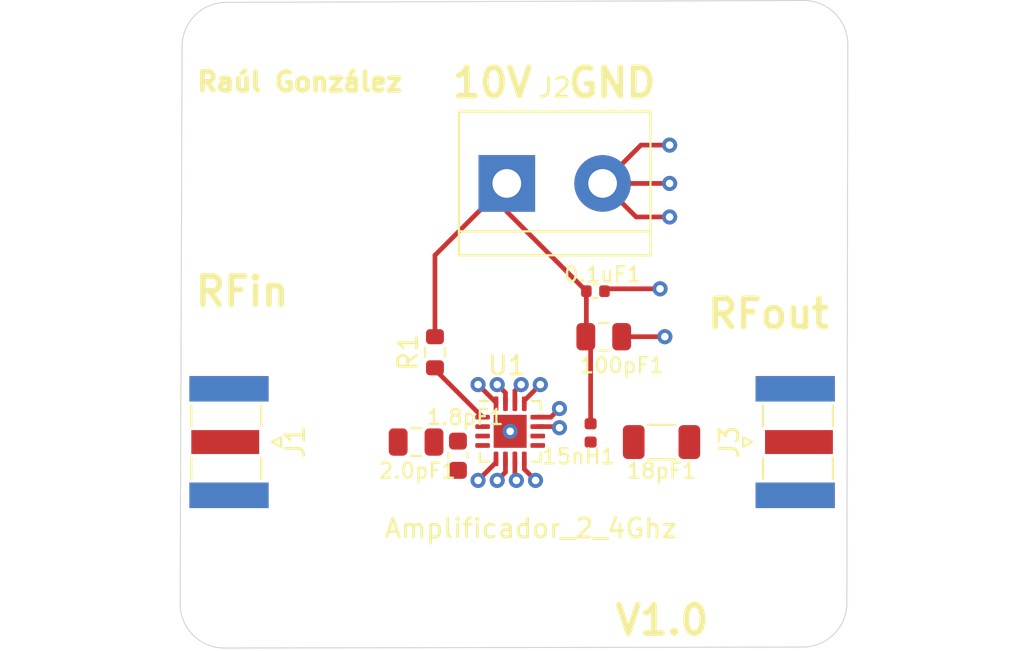
<source format=kicad_pcb>
(kicad_pcb (version 20171130) (host pcbnew "(5.1.9)-1")

  (general
    (thickness 1.6)
    (drawings 14)
    (tracks 62)
    (zones 0)
    (modules 15)
    (nets 18)
  )

  (page A4)
  (layers
    (0 F.Cu signal)
    (1 In1.Cu power hide)
    (2 In2.Cu signal hide)
    (31 B.Cu signal hide)
    (32 B.Adhes user hide)
    (33 F.Adhes user hide)
    (34 B.Paste user hide)
    (35 F.Paste user hide)
    (36 B.SilkS user hide)
    (37 F.SilkS user)
    (38 B.Mask user hide)
    (39 F.Mask user hide)
    (40 Dwgs.User user hide)
    (41 Cmts.User user hide)
    (42 Eco1.User user hide)
    (43 Eco2.User user hide)
    (44 Edge.Cuts user)
    (45 Margin user hide)
    (46 B.CrtYd user hide)
    (47 F.CrtYd user hide)
    (48 B.Fab user hide)
    (49 F.Fab user hide)
  )

  (setup
    (last_trace_width 0.25)
    (user_trace_width 0.34)
    (trace_clearance 0.2)
    (zone_clearance 0.508)
    (zone_45_only no)
    (trace_min 0.2)
    (via_size 0.8)
    (via_drill 0.4)
    (via_min_size 0.4)
    (via_min_drill 0.3)
    (uvia_size 0.3)
    (uvia_drill 0.1)
    (uvias_allowed no)
    (uvia_min_size 0.2)
    (uvia_min_drill 0.1)
    (edge_width 0.05)
    (segment_width 0.2)
    (pcb_text_width 0.3)
    (pcb_text_size 1.5 1.5)
    (mod_edge_width 0.12)
    (mod_text_size 1 1)
    (mod_text_width 0.15)
    (pad_size 3.2 3.2)
    (pad_drill 3.2)
    (pad_to_mask_clearance 0)
    (aux_axis_origin 0 0)
    (visible_elements 7FFFFFFF)
    (pcbplotparams
      (layerselection 0x010fc_ffffffff)
      (usegerberextensions true)
      (usegerberattributes true)
      (usegerberadvancedattributes true)
      (creategerberjobfile true)
      (excludeedgelayer true)
      (linewidth 0.100000)
      (plotframeref false)
      (viasonmask false)
      (mode 1)
      (useauxorigin false)
      (hpglpennumber 1)
      (hpglpenspeed 20)
      (hpglpendiameter 15.000000)
      (psnegative false)
      (psa4output false)
      (plotreference true)
      (plotvalue true)
      (plotinvisibletext false)
      (padsonsilk false)
      (subtractmaskfromsilk true)
      (outputformat 1)
      (mirror false)
      (drillshape 0)
      (scaleselection 1)
      (outputdirectory "../gerberFiles/"))
  )

  (net 0 "")
  (net 1 VDD)
  (net 2 GND)
  (net 3 "Net-(R1-Pad1)")
  (net 4 "Net-(1.8pF1-Pad1)")
  (net 5 "Net-(18pF1-Pad1)")
  (net 6 señal)
  (net 7 "Net-(U1-Pad16)")
  (net 8 "Net-(U1-Pad15)")
  (net 9 "Net-(U1-Pad14)")
  (net 10 "Net-(U1-Pad13)")
  (net 11 "Net-(U1-Pad12)")
  (net 12 "Net-(U1-Pad11)")
  (net 13 "Net-(U1-Pad8)")
  (net 14 "Net-(U1-Pad7)")
  (net 15 "Net-(U1-Pad6)")
  (net 16 "Net-(U1-Pad5)")
  (net 17 "Net-(U1-Pad2)")

  (net_class Default "This is the default net class."
    (clearance 0.2)
    (trace_width 0.25)
    (via_dia 0.8)
    (via_drill 0.4)
    (uvia_dia 0.3)
    (uvia_drill 0.1)
    (add_net GND)
    (add_net "Net-(1.8pF1-Pad1)")
    (add_net "Net-(18pF1-Pad1)")
    (add_net "Net-(R1-Pad1)")
    (add_net "Net-(U1-Pad11)")
    (add_net "Net-(U1-Pad12)")
    (add_net "Net-(U1-Pad13)")
    (add_net "Net-(U1-Pad14)")
    (add_net "Net-(U1-Pad15)")
    (add_net "Net-(U1-Pad16)")
    (add_net "Net-(U1-Pad2)")
    (add_net "Net-(U1-Pad5)")
    (add_net "Net-(U1-Pad6)")
    (add_net "Net-(U1-Pad7)")
    (add_net "Net-(U1-Pad8)")
    (add_net VDD)
    (add_net señal)
  )

  (net_class señal ""
    (clearance 0.2)
    (trace_width 0.29337)
    (via_dia 0.8)
    (via_drill 0.4)
    (uvia_dia 0.3)
    (uvia_drill 0.1)
  )

  (module MountingHole:MountingHole_3.2mm_M3 (layer F.Cu) (tedit 56D1B4CB) (tstamp 617A6F47)
    (at 172.0596 109.22 90)
    (descr "Mounting Hole 3.2mm, no annular, M3")
    (tags "mounting hole 3.2mm no annular m3")
    (attr virtual)
    (fp_text reference " " (at 0 -4.2 90) (layer F.SilkS)
      (effects (font (size 1 1) (thickness 0.15)))
    )
    (fp_text value MountingHole_3.2mm_M3 (at 0 4.2 90) (layer F.Fab)
      (effects (font (size 1 1) (thickness 0.15)))
    )
    (fp_circle (center 0 0) (end 3.45 0) (layer F.CrtYd) (width 0.05))
    (fp_circle (center 0 0) (end 3.2 0) (layer Cmts.User) (width 0.15))
    (pad 1 np_thru_hole circle (at 0 0 90) (size 3.2 3.2) (drill 3.2) (layers *.Cu *.Mask))
  )

  (module MountingHole:MountingHole_3.2mm_M3 (layer F.Cu) (tedit 56D1B4CB) (tstamp 617A6F31)
    (at 146.6088 109.22 90)
    (descr "Mounting Hole 3.2mm, no annular, M3")
    (tags "mounting hole 3.2mm no annular m3")
    (attr virtual)
    (fp_text reference " " (at 0 -4.2 90) (layer F.SilkS)
      (effects (font (size 1 1) (thickness 0.15)))
    )
    (fp_text value MountingHole_3.2mm_M3 (at 0 4.2 90) (layer F.Fab)
      (effects (font (size 1 1) (thickness 0.15)))
    )
    (fp_circle (center 0 0) (end 3.45 0) (layer F.CrtYd) (width 0.05))
    (fp_circle (center 0 0) (end 3.2 0) (layer Cmts.User) (width 0.15))
    (pad 1 np_thru_hole circle (at 0 0 90) (size 3.2 3.2) (drill 3.2) (layers *.Cu *.Mask))
  )

  (module MountingHole:MountingHole_3.2mm_M3 (layer F.Cu) (tedit 56D1B4CB) (tstamp 617A6F31)
    (at 172.0596 85.5472)
    (descr "Mounting Hole 3.2mm, no annular, M3")
    (tags "mounting hole 3.2mm no annular m3")
    (attr virtual)
    (fp_text reference " " (at 0 -4.2) (layer F.SilkS)
      (effects (font (size 1 1) (thickness 0.15)))
    )
    (fp_text value MountingHole_3.2mm_M3 (at 0 4.2) (layer F.Fab)
      (effects (font (size 1 1) (thickness 0.15)))
    )
    (fp_circle (center 0 0) (end 3.45 0) (layer F.CrtYd) (width 0.05))
    (fp_circle (center 0 0) (end 3.2 0) (layer Cmts.User) (width 0.15))
    (pad 1 np_thru_hole circle (at 0 0) (size 3.2 3.2) (drill 3.2) (layers *.Cu *.Mask))
  )

  (module Connector_Coaxial:SMA_Samtec_SMA-J-P-X-ST-EM1_EdgeMount (layer F.Cu) (tedit 5DAA3454) (tstamp 60B68216)
    (at 144.78 101.6 270)
    (descr "Connector SMA, 0Hz to 20GHz, 50Ohm, Edge Mount (http://suddendocs.samtec.com/prints/sma-j-p-x-st-em1-mkt.pdf)")
    (tags "SMA Straight Samtec Edge Mount")
    (path /606C5EED)
    (attr smd)
    (fp_text reference J1 (at 0 -3.5 90) (layer F.SilkS)
      (effects (font (size 1 1) (thickness 0.15)))
    )
    (fp_text value Conn_Coaxial (at 0 13 90) (layer F.Fab)
      (effects (font (size 1 1) (thickness 0.15)))
    )
    (fp_line (start 0.84 -1.71) (end 1.95 -1.71) (layer F.SilkS) (width 0.12))
    (fp_line (start -1.95 -1.71) (end -0.84 -1.71) (layer F.SilkS) (width 0.12))
    (fp_line (start 0.84 2) (end 1.95 2) (layer F.SilkS) (width 0.12))
    (fp_line (start -1.95 2) (end -0.84 2) (layer F.SilkS) (width 0.12))
    (fp_line (start 3.68 2.6) (end 3.68 12.12) (layer B.CrtYd) (width 0.05))
    (fp_line (start 4 2.6) (end 3.68 2.6) (layer B.CrtYd) (width 0.05))
    (fp_line (start -3.68 12.12) (end -3.68 2.6) (layer B.CrtYd) (width 0.05))
    (fp_line (start -3.68 2.6) (end -4 2.6) (layer B.CrtYd) (width 0.05))
    (fp_line (start 3.68 2.6) (end 3.68 12.12) (layer F.CrtYd) (width 0.05))
    (fp_line (start 3.68 2.6) (end 4 2.6) (layer F.CrtYd) (width 0.05))
    (fp_line (start -3.68 12.12) (end -3.68 2.6) (layer F.CrtYd) (width 0.05))
    (fp_line (start -3.68 2.6) (end -4 2.6) (layer F.CrtYd) (width 0.05))
    (fp_line (start 4.1 2.1) (end -4.1 2.1) (layer Dwgs.User) (width 0.1))
    (fp_line (start -3.175 -1.71) (end -3.175 11.62) (layer F.Fab) (width 0.1))
    (fp_line (start -2.365 -1.71) (end -3.175 -1.71) (layer F.Fab) (width 0.1))
    (fp_line (start -2.365 2.1) (end -2.365 -1.71) (layer F.Fab) (width 0.1))
    (fp_line (start 2.365 2.1) (end -2.365 2.1) (layer F.Fab) (width 0.1))
    (fp_line (start 2.365 -1.71) (end 2.365 2.1) (layer F.Fab) (width 0.1))
    (fp_line (start 3.175 -1.71) (end 2.365 -1.71) (layer F.Fab) (width 0.1))
    (fp_line (start 3.175 -1.71) (end 3.175 11.62) (layer F.Fab) (width 0.1))
    (fp_line (start 3.165 11.62) (end -3.165 11.62) (layer F.Fab) (width 0.1))
    (fp_line (start -4 -2.6) (end 4 -2.6) (layer B.CrtYd) (width 0.05))
    (fp_line (start -4 2.6) (end -4 -2.6) (layer B.CrtYd) (width 0.05))
    (fp_line (start 3.68 12.12) (end -3.68 12.12) (layer B.CrtYd) (width 0.05))
    (fp_line (start 4 2.6) (end 4 -2.6) (layer B.CrtYd) (width 0.05))
    (fp_line (start -4 -2.6) (end 4 -2.6) (layer F.CrtYd) (width 0.05))
    (fp_line (start -4 2.6) (end -4 -2.6) (layer F.CrtYd) (width 0.05))
    (fp_line (start 3.68 12.12) (end -3.68 12.12) (layer F.CrtYd) (width 0.05))
    (fp_line (start 4 2.6) (end 4 -2.6) (layer F.CrtYd) (width 0.05))
    (fp_line (start 0.64 2.1) (end 0 3.1) (layer F.Fab) (width 0.1))
    (fp_line (start 0 3.1) (end -0.64 2.1) (layer F.Fab) (width 0.1))
    (fp_line (start 0 -2.26) (end 0.25 -2.76) (layer F.SilkS) (width 0.12))
    (fp_line (start 0.25 -2.76) (end -0.25 -2.76) (layer F.SilkS) (width 0.12))
    (fp_line (start -0.25 -2.76) (end 0 -2.26) (layer F.SilkS) (width 0.12))
    (fp_text user "Board Thickness: 1.57mm" (at 0 -5.45 90) (layer Cmts.User)
      (effects (font (size 1 1) (thickness 0.15)))
    )
    (fp_text user %R (at 0 4.79 270) (layer F.Fab)
      (effects (font (size 1 1) (thickness 0.15)))
    )
    (pad 1 smd rect (at 0 0.2 270) (size 1.27 3.6) (layers F.Cu F.Paste F.Mask)
      (net 6 señal))
    (pad 2 smd rect (at 2.825 0 270) (size 1.35 4.2) (layers F.Cu F.Paste F.Mask)
      (net 2 GND))
    (pad 2 smd rect (at -2.825 0 270) (size 1.35 4.2) (layers F.Cu F.Paste F.Mask)
      (net 2 GND))
    (pad 2 smd rect (at 2.825 0 270) (size 1.35 4.2) (layers B.Cu B.Paste B.Mask)
      (net 2 GND))
    (pad 2 smd rect (at -2.825 0 270) (size 1.35 4.2) (layers B.Cu B.Paste B.Mask)
      (net 2 GND))
    (model ${KISYS3DMOD}/Connector_Coaxial.3dshapes/SMA_Samtec_SMA-J-P-X-ST-EM1_EdgeMount.wrl
      (at (xyz 0 0 0))
      (scale (xyz 1 1 1))
      (rotate (xyz 0 0 0))
    )
  )

  (module Connector_Coaxial:SMA_Samtec_SMA-J-P-X-ST-EM1_EdgeMount (layer F.Cu) (tedit 5DAA3454) (tstamp 60B6824E)
    (at 174.806 101.6 90)
    (descr "Connector SMA, 0Hz to 20GHz, 50Ohm, Edge Mount (http://suddendocs.samtec.com/prints/sma-j-p-x-st-em1-mkt.pdf)")
    (tags "SMA Straight Samtec Edge Mount")
    (path /606C714D)
    (attr smd)
    (fp_text reference J3 (at 0 -3.5 90) (layer F.SilkS)
      (effects (font (size 1 1) (thickness 0.15)))
    )
    (fp_text value Conn_Coaxial (at 0 13 90) (layer F.Fab)
      (effects (font (size 1 1) (thickness 0.15)))
    )
    (fp_line (start 0.84 -1.71) (end 1.95 -1.71) (layer F.SilkS) (width 0.12))
    (fp_line (start -1.95 -1.71) (end -0.84 -1.71) (layer F.SilkS) (width 0.12))
    (fp_line (start 0.84 2) (end 1.95 2) (layer F.SilkS) (width 0.12))
    (fp_line (start -1.95 2) (end -0.84 2) (layer F.SilkS) (width 0.12))
    (fp_line (start 3.68 2.6) (end 3.68 12.12) (layer B.CrtYd) (width 0.05))
    (fp_line (start 4 2.6) (end 3.68 2.6) (layer B.CrtYd) (width 0.05))
    (fp_line (start -3.68 12.12) (end -3.68 2.6) (layer B.CrtYd) (width 0.05))
    (fp_line (start -3.68 2.6) (end -4 2.6) (layer B.CrtYd) (width 0.05))
    (fp_line (start 3.68 2.6) (end 3.68 12.12) (layer F.CrtYd) (width 0.05))
    (fp_line (start 3.68 2.6) (end 4 2.6) (layer F.CrtYd) (width 0.05))
    (fp_line (start -3.68 12.12) (end -3.68 2.6) (layer F.CrtYd) (width 0.05))
    (fp_line (start -3.68 2.6) (end -4 2.6) (layer F.CrtYd) (width 0.05))
    (fp_line (start 4.1 2.1) (end -4.1 2.1) (layer Dwgs.User) (width 0.1))
    (fp_line (start -3.175 -1.71) (end -3.175 11.62) (layer F.Fab) (width 0.1))
    (fp_line (start -2.365 -1.71) (end -3.175 -1.71) (layer F.Fab) (width 0.1))
    (fp_line (start -2.365 2.1) (end -2.365 -1.71) (layer F.Fab) (width 0.1))
    (fp_line (start 2.365 2.1) (end -2.365 2.1) (layer F.Fab) (width 0.1))
    (fp_line (start 2.365 -1.71) (end 2.365 2.1) (layer F.Fab) (width 0.1))
    (fp_line (start 3.175 -1.71) (end 2.365 -1.71) (layer F.Fab) (width 0.1))
    (fp_line (start 3.175 -1.71) (end 3.175 11.62) (layer F.Fab) (width 0.1))
    (fp_line (start 3.165 11.62) (end -3.165 11.62) (layer F.Fab) (width 0.1))
    (fp_line (start -4 -2.6) (end 4 -2.6) (layer B.CrtYd) (width 0.05))
    (fp_line (start -4 2.6) (end -4 -2.6) (layer B.CrtYd) (width 0.05))
    (fp_line (start 3.68 12.12) (end -3.68 12.12) (layer B.CrtYd) (width 0.05))
    (fp_line (start 4 2.6) (end 4 -2.6) (layer B.CrtYd) (width 0.05))
    (fp_line (start -4 -2.6) (end 4 -2.6) (layer F.CrtYd) (width 0.05))
    (fp_line (start -4 2.6) (end -4 -2.6) (layer F.CrtYd) (width 0.05))
    (fp_line (start 3.68 12.12) (end -3.68 12.12) (layer F.CrtYd) (width 0.05))
    (fp_line (start 4 2.6) (end 4 -2.6) (layer F.CrtYd) (width 0.05))
    (fp_line (start 0.64 2.1) (end 0 3.1) (layer F.Fab) (width 0.1))
    (fp_line (start 0 3.1) (end -0.64 2.1) (layer F.Fab) (width 0.1))
    (fp_line (start 0 -2.26) (end 0.25 -2.76) (layer F.SilkS) (width 0.12))
    (fp_line (start 0.25 -2.76) (end -0.25 -2.76) (layer F.SilkS) (width 0.12))
    (fp_line (start -0.25 -2.76) (end 0 -2.26) (layer F.SilkS) (width 0.12))
    (fp_text user "Board Thickness: 1.57mm" (at 0 -5.45 90) (layer Cmts.User)
      (effects (font (size 1 1) (thickness 0.15)))
    )
    (fp_text user %R (at 0 4.79 270) (layer F.Fab)
      (effects (font (size 1 1) (thickness 0.15)))
    )
    (pad 1 smd rect (at 0 0.2 90) (size 1.27 3.6) (layers F.Cu F.Paste F.Mask)
      (net 5 "Net-(18pF1-Pad1)"))
    (pad 2 smd rect (at 2.825 0 90) (size 1.35 4.2) (layers F.Cu F.Paste F.Mask)
      (net 2 GND))
    (pad 2 smd rect (at -2.825 0 90) (size 1.35 4.2) (layers F.Cu F.Paste F.Mask)
      (net 2 GND))
    (pad 2 smd rect (at 2.825 0 90) (size 1.35 4.2) (layers B.Cu B.Paste B.Mask)
      (net 2 GND))
    (pad 2 smd rect (at -2.825 0 90) (size 1.35 4.2) (layers B.Cu B.Paste B.Mask)
      (net 2 GND))
    (model ${KISYS3DMOD}/Connector_Coaxial.3dshapes/SMA_Samtec_SMA-J-P-X-ST-EM1_EdgeMount.wrl
      (at (xyz 0 0 0))
      (scale (xyz 1 1 1))
      (rotate (xyz 0 0 0))
    )
  )

  (module MountingHole:MountingHole_3.2mm_M3 (layer F.Cu) (tedit 56D1B4CB) (tstamp 60B97DED)
    (at 146.6088 85.5472)
    (descr "Mounting Hole 3.2mm, no annular, M3")
    (tags "mounting hole 3.2mm no annular m3")
    (attr virtual)
    (fp_text reference " " (at 0 -4.2) (layer F.SilkS)
      (effects (font (size 1 1) (thickness 0.15)))
    )
    (fp_text value MountingHole_3.2mm_M3 (at 0 4.2) (layer F.Fab)
      (effects (font (size 1 1) (thickness 0.15)))
    )
    (fp_circle (center 0 0) (end 3.45 0) (layer F.CrtYd) (width 0.05))
    (fp_circle (center 0 0) (end 3.2 0) (layer Cmts.User) (width 0.15))
    (pad 1 np_thru_hole circle (at 0 0) (size 3.2 3.2) (drill 3.2) (layers *.Cu *.Mask))
  )

  (module Package_DFN_QFN:QFN-16-1EP_3x3mm_P0.5mm_EP1.75x1.75mm (layer F.Cu) (tedit 60B8CC12) (tstamp 60B68289)
    (at 159.69 101.0305)
    (descr "QFN, 16 Pin (https://www.onsemi.com/pub/Collateral/NCN4555-D.PDF), generated with kicad-footprint-generator ipc_noLead_generator.py")
    (tags "QFN NoLead")
    (path /606CB00D)
    (attr smd)
    (fp_text reference U1 (at -0.178 -3.4945) (layer F.SilkS)
      (effects (font (size 1 1) (thickness 0.15)))
    )
    (fp_text value Amplificador_2_4Ghz (at 1.092 5.1415) (layer F.SilkS)
      (effects (font (size 1 1) (thickness 0.15)))
    )
    (fp_line (start 2.1 -2.1) (end -2.1 -2.1) (layer F.CrtYd) (width 0.05))
    (fp_line (start 2.1 2.1) (end 2.1 -2.1) (layer F.CrtYd) (width 0.05))
    (fp_line (start -2.1 2.1) (end 2.1 2.1) (layer F.CrtYd) (width 0.05))
    (fp_line (start -2.1 -2.1) (end -2.1 2.1) (layer F.CrtYd) (width 0.05))
    (fp_line (start -1.5 -0.75) (end -0.75 -1.5) (layer F.Fab) (width 0.1))
    (fp_line (start -1.5 1.5) (end -1.5 -0.75) (layer F.Fab) (width 0.1))
    (fp_line (start 1.5 1.5) (end -1.5 1.5) (layer F.Fab) (width 0.1))
    (fp_line (start 1.5 -1.5) (end 1.5 1.5) (layer F.Fab) (width 0.1))
    (fp_line (start -0.75 -1.5) (end 1.5 -1.5) (layer F.Fab) (width 0.1))
    (fp_line (start -1.135 -1.61) (end -1.61 -1.61) (layer F.SilkS) (width 0.12))
    (fp_line (start 1.61 1.61) (end 1.61 1.135) (layer F.SilkS) (width 0.12))
    (fp_line (start 1.135 1.61) (end 1.61 1.61) (layer F.SilkS) (width 0.12))
    (fp_line (start -1.61 1.61) (end -1.61 1.135) (layer F.SilkS) (width 0.12))
    (fp_line (start -1.135 1.61) (end -1.61 1.61) (layer F.SilkS) (width 0.12))
    (fp_line (start 1.61 -1.61) (end 1.61 -1.135) (layer F.SilkS) (width 0.12))
    (fp_line (start 1.135 -1.61) (end 1.61 -1.61) (layer F.SilkS) (width 0.12))
    (fp_text user %R (at 0 0) (layer F.Fab)
      (effects (font (size 0.75 0.75) (thickness 0.11)))
    )
    (pad "" smd roundrect (at 0.44 0.44) (size 0.71 0.71) (layers F.Paste) (roundrect_rratio 0.25))
    (pad "" smd roundrect (at 0.44 -0.44) (size 0.71 0.71) (layers F.Paste) (roundrect_rratio 0.25))
    (pad "" smd roundrect (at -0.44 0.44) (size 0.71 0.71) (layers F.Paste) (roundrect_rratio 0.25))
    (pad "" smd roundrect (at -0.44 -0.44) (size 0.71 0.71) (layers F.Paste) (roundrect_rratio 0.25))
    (pad 17 smd rect (at 0 0) (size 1.75 1.75) (layers F.Cu F.Mask))
    (pad 16 smd roundrect (at -0.75 -1.4625) (size 0.25 0.775) (layers F.Cu F.Paste F.Mask) (roundrect_rratio 0.25)
      (net 7 "Net-(U1-Pad16)"))
    (pad 15 smd roundrect (at -0.25 -1.4625) (size 0.25 0.775) (layers F.Cu F.Paste F.Mask) (roundrect_rratio 0.25)
      (net 8 "Net-(U1-Pad15)"))
    (pad 14 smd roundrect (at 0.25 -1.4625) (size 0.25 0.775) (layers F.Cu F.Paste F.Mask) (roundrect_rratio 0.25)
      (net 9 "Net-(U1-Pad14)"))
    (pad 13 smd roundrect (at 0.75 -1.4625) (size 0.25 0.775) (layers F.Cu F.Paste F.Mask) (roundrect_rratio 0.25)
      (net 10 "Net-(U1-Pad13)"))
    (pad 12 smd roundrect (at 1.4625 -0.75) (size 0.775 0.25) (layers F.Cu F.Paste F.Mask) (roundrect_rratio 0.25)
      (net 11 "Net-(U1-Pad12)"))
    (pad 11 smd roundrect (at 1.4625 -0.25) (size 0.775 0.25) (layers F.Cu F.Paste F.Mask) (roundrect_rratio 0.25)
      (net 12 "Net-(U1-Pad11)"))
    (pad 10 smd roundrect (at 1.4625 0.25) (size 0.775 0.25) (layers F.Cu F.Paste F.Mask) (roundrect_rratio 0.25)
      (net 6 señal))
    (pad 9 smd roundrect (at 1.4625 0.75) (size 0.775 0.25) (layers F.Cu F.Paste F.Mask) (roundrect_rratio 0.25)
      (net 6 señal))
    (pad 8 smd roundrect (at 0.75 1.4625) (size 0.25 0.775) (layers F.Cu F.Paste F.Mask) (roundrect_rratio 0.25)
      (net 13 "Net-(U1-Pad8)"))
    (pad 7 smd roundrect (at 0.25 1.4625) (size 0.25 0.775) (layers F.Cu F.Paste F.Mask) (roundrect_rratio 0.25)
      (net 14 "Net-(U1-Pad7)"))
    (pad 6 smd roundrect (at -0.25 1.4625) (size 0.25 0.775) (layers F.Cu F.Paste F.Mask) (roundrect_rratio 0.25)
      (net 15 "Net-(U1-Pad6)"))
    (pad 5 smd roundrect (at -0.75 1.4625) (size 0.25 0.775) (layers F.Cu F.Paste F.Mask) (roundrect_rratio 0.25)
      (net 16 "Net-(U1-Pad5)"))
    (pad 4 smd roundrect (at -1.4625 0.75) (size 0.775 0.25) (layers F.Cu F.Paste F.Mask) (roundrect_rratio 0.25)
      (net 4 "Net-(1.8pF1-Pad1)"))
    (pad 3 smd roundrect (at -1.4625 0.25) (size 0.775 0.25) (layers F.Cu F.Paste F.Mask) (roundrect_rratio 0.25)
      (net 4 "Net-(1.8pF1-Pad1)"))
    (pad 2 smd roundrect (at -1.4625 -0.25) (size 0.775 0.25) (layers F.Cu F.Paste F.Mask) (roundrect_rratio 0.25)
      (net 17 "Net-(U1-Pad2)"))
    (pad 1 smd roundrect (at -1.4625 -0.75) (size 0.775 0.25) (layers F.Cu F.Paste F.Mask) (roundrect_rratio 0.25)
      (net 3 "Net-(R1-Pad1)"))
    (model ${KISYS3DMOD}/Package_DFN_QFN.3dshapes/QFN-16-1EP_3x3mm_P0.5mm_EP1.75x1.75mm.wrl
      (at (xyz 0 0 0))
      (scale (xyz 1 1 1))
      (rotate (xyz 0 0 0))
    )
  )

  (module Resistor_SMD:R_0603_1608Metric (layer F.Cu) (tedit 5F68FEEE) (tstamp 60B6825F)
    (at 155.702 96.837 90)
    (descr "Resistor SMD 0603 (1608 Metric), square (rectangular) end terminal, IPC_7351 nominal, (Body size source: IPC-SM-782 page 72, https://www.pcb-3d.com/wordpress/wp-content/uploads/ipc-sm-782a_amendment_1_and_2.pdf), generated with kicad-footprint-generator")
    (tags resistor)
    (path /60A758F7)
    (attr smd)
    (fp_text reference R1 (at 0 -1.43 90) (layer F.SilkS)
      (effects (font (size 1 1) (thickness 0.15)))
    )
    (fp_text value 7.5K (at 0 1.43 90) (layer F.Fab)
      (effects (font (size 1 1) (thickness 0.15)))
    )
    (fp_line (start 1.48 0.73) (end -1.48 0.73) (layer F.CrtYd) (width 0.05))
    (fp_line (start 1.48 -0.73) (end 1.48 0.73) (layer F.CrtYd) (width 0.05))
    (fp_line (start -1.48 -0.73) (end 1.48 -0.73) (layer F.CrtYd) (width 0.05))
    (fp_line (start -1.48 0.73) (end -1.48 -0.73) (layer F.CrtYd) (width 0.05))
    (fp_line (start -0.237258 0.5225) (end 0.237258 0.5225) (layer F.SilkS) (width 0.12))
    (fp_line (start -0.237258 -0.5225) (end 0.237258 -0.5225) (layer F.SilkS) (width 0.12))
    (fp_line (start 0.8 0.4125) (end -0.8 0.4125) (layer F.Fab) (width 0.1))
    (fp_line (start 0.8 -0.4125) (end 0.8 0.4125) (layer F.Fab) (width 0.1))
    (fp_line (start -0.8 -0.4125) (end 0.8 -0.4125) (layer F.Fab) (width 0.1))
    (fp_line (start -0.8 0.4125) (end -0.8 -0.4125) (layer F.Fab) (width 0.1))
    (fp_text user %R (at 0 0 90) (layer F.Fab)
      (effects (font (size 0.4 0.4) (thickness 0.06)))
    )
    (pad 2 smd roundrect (at 0.825 0 90) (size 0.8 0.95) (layers F.Cu F.Paste F.Mask) (roundrect_rratio 0.25)
      (net 1 VDD))
    (pad 1 smd roundrect (at -0.825 0 90) (size 0.8 0.95) (layers F.Cu F.Paste F.Mask) (roundrect_rratio 0.25)
      (net 3 "Net-(R1-Pad1)"))
    (model ${KISYS3DMOD}/Resistor_SMD.3dshapes/R_0603_1608Metric.wrl
      (at (xyz 0 0 0))
      (scale (xyz 1 1 1))
      (rotate (xyz 0 0 0))
    )
  )

  (module TerminalBlock:TerminalBlock_bornier-2_P5.08mm (layer F.Cu) (tedit 60B8A3E7) (tstamp 60B6822B)
    (at 159.512 87.884)
    (descr "simple 2-pin terminal block, pitch 5.08mm, revamped version of bornier2")
    (tags "terminal block bornier2")
    (path /60A4F3F0)
    (fp_text reference J2 (at 2.54 -5.08) (layer F.SilkS)
      (effects (font (size 1 1) (thickness 0.15)))
    )
    (fp_text value Conn_01x02_Female (at 2.54 5.08) (layer F.Fab)
      (effects (font (size 1 1) (thickness 0.15)))
    )
    (fp_line (start 7.79 4) (end -2.71 4) (layer F.CrtYd) (width 0.05))
    (fp_line (start 7.79 4) (end 7.79 -4) (layer F.CrtYd) (width 0.05))
    (fp_line (start -2.71 -4) (end -2.71 4) (layer F.CrtYd) (width 0.05))
    (fp_line (start -2.71 -4) (end 7.79 -4) (layer F.CrtYd) (width 0.05))
    (fp_line (start -2.54 3.81) (end 7.62 3.81) (layer F.SilkS) (width 0.12))
    (fp_line (start -2.54 -3.81) (end -2.54 3.81) (layer F.SilkS) (width 0.12))
    (fp_line (start 7.62 -3.81) (end -2.54 -3.81) (layer F.SilkS) (width 0.12))
    (fp_line (start 7.62 3.81) (end 7.62 -3.81) (layer F.SilkS) (width 0.12))
    (fp_line (start 7.62 2.54) (end -2.54 2.54) (layer F.SilkS) (width 0.12))
    (fp_line (start 7.54 -3.75) (end -2.46 -3.75) (layer F.Fab) (width 0.1))
    (fp_line (start 7.54 3.75) (end 7.54 -3.75) (layer F.Fab) (width 0.1))
    (fp_line (start -2.46 3.75) (end 7.54 3.75) (layer F.Fab) (width 0.1))
    (fp_line (start -2.46 -3.75) (end -2.46 3.75) (layer F.Fab) (width 0.1))
    (fp_line (start -2.41 2.55) (end 7.49 2.55) (layer F.Fab) (width 0.1))
    (fp_text user %R (at 2.54 0) (layer F.Fab)
      (effects (font (size 1 1) (thickness 0.15)))
    )
    (pad 2 thru_hole circle (at 5.08 0) (size 3 3) (drill 1.52) (layers *.Cu *.Mask)
      (net 2 GND))
    (pad 1 thru_hole rect (at 0 0) (size 3 3) (drill 1.52) (layers *.Cu *.Mask)
      (net 1 VDD))
    (model ${KISYS3DMOD}/TerminalBlock.3dshapes/TerminalBlock_bornier-2_P5.08mm.wrl
      (offset (xyz 2.539999961853027 0 0))
      (scale (xyz 1 1 1))
      (rotate (xyz 0 0 0))
    )
  )

  (module Capacitor_SMD:C_0805_2012Metric (layer F.Cu) (tedit 5F68FEEE) (tstamp 60B681E4)
    (at 154.7012 101.6 180)
    (descr "Capacitor SMD 0805 (2012 Metric), square (rectangular) end terminal, IPC_7351 nominal, (Body size source: IPC-SM-782 page 76, https://www.pcb-3d.com/wordpress/wp-content/uploads/ipc-sm-782a_amendment_1_and_2.pdf, https://docs.google.com/spreadsheets/d/1BsfQQcO9C6DZCsRaXUlFlo91Tg2WpOkGARC1WS5S8t0/edit?usp=sharing), generated with kicad-footprint-generator")
    (tags capacitor)
    (path /60B60400)
    (attr smd)
    (fp_text reference 2.0pF1 (at -0.066 -1.524) (layer F.SilkS)
      (effects (font (size 0.8 0.8) (thickness 0.125)))
    )
    (fp_text value C (at 0 1.68) (layer F.Fab)
      (effects (font (size 1 1) (thickness 0.15)))
    )
    (fp_line (start 1.7 0.98) (end -1.7 0.98) (layer F.CrtYd) (width 0.05))
    (fp_line (start 1.7 -0.98) (end 1.7 0.98) (layer F.CrtYd) (width 0.05))
    (fp_line (start -1.7 -0.98) (end 1.7 -0.98) (layer F.CrtYd) (width 0.05))
    (fp_line (start -1.7 0.98) (end -1.7 -0.98) (layer F.CrtYd) (width 0.05))
    (fp_line (start -0.261252 0.735) (end 0.261252 0.735) (layer F.SilkS) (width 0.12))
    (fp_line (start -0.261252 -0.735) (end 0.261252 -0.735) (layer F.SilkS) (width 0.12))
    (fp_line (start 1 0.625) (end -1 0.625) (layer F.Fab) (width 0.1))
    (fp_line (start 1 -0.625) (end 1 0.625) (layer F.Fab) (width 0.1))
    (fp_line (start -1 -0.625) (end 1 -0.625) (layer F.Fab) (width 0.1))
    (fp_line (start -1 0.625) (end -1 -0.625) (layer F.Fab) (width 0.1))
    (fp_text user %R (at 0 0) (layer F.Fab)
      (effects (font (size 0.5 0.5) (thickness 0.08)))
    )
    (pad 2 smd roundrect (at 0.95 0 180) (size 1 1.45) (layers F.Cu F.Paste F.Mask) (roundrect_rratio 0.25)
      (net 6 señal))
    (pad 1 smd roundrect (at -0.95 0 180) (size 1 1.45) (layers F.Cu F.Paste F.Mask) (roundrect_rratio 0.25)
      (net 4 "Net-(1.8pF1-Pad1)"))
    (model ${KISYS3DMOD}/Capacitor_SMD.3dshapes/C_0805_2012Metric.wrl
      (at (xyz 0 0 0))
      (scale (xyz 1 1 1))
      (rotate (xyz 0 0 0))
    )
  )

  (module Capacitor_SMD:C_1206_3216Metric (layer F.Cu) (tedit 5F68FEEE) (tstamp 60B681D3)
    (at 167.718 101.6 180)
    (descr "Capacitor SMD 1206 (3216 Metric), square (rectangular) end terminal, IPC_7351 nominal, (Body size source: IPC-SM-782 page 76, https://www.pcb-3d.com/wordpress/wp-content/uploads/ipc-sm-782a_amendment_1_and_2.pdf), generated with kicad-footprint-generator")
    (tags capacitor)
    (path /60B38441)
    (attr smd)
    (fp_text reference 18pF1 (at 0 -1.524) (layer F.SilkS)
      (effects (font (size 0.8 0.8) (thickness 0.125)))
    )
    (fp_text value C (at 0 1.85) (layer F.Fab)
      (effects (font (size 1 1) (thickness 0.15)))
    )
    (fp_line (start 2.3 1.15) (end -2.3 1.15) (layer F.CrtYd) (width 0.05))
    (fp_line (start 2.3 -1.15) (end 2.3 1.15) (layer F.CrtYd) (width 0.05))
    (fp_line (start -2.3 -1.15) (end 2.3 -1.15) (layer F.CrtYd) (width 0.05))
    (fp_line (start -2.3 1.15) (end -2.3 -1.15) (layer F.CrtYd) (width 0.05))
    (fp_line (start -0.711252 0.91) (end 0.711252 0.91) (layer F.SilkS) (width 0.12))
    (fp_line (start -0.711252 -0.91) (end 0.711252 -0.91) (layer F.SilkS) (width 0.12))
    (fp_line (start 1.6 0.8) (end -1.6 0.8) (layer F.Fab) (width 0.1))
    (fp_line (start 1.6 -0.8) (end 1.6 0.8) (layer F.Fab) (width 0.1))
    (fp_line (start -1.6 -0.8) (end 1.6 -0.8) (layer F.Fab) (width 0.1))
    (fp_line (start -1.6 0.8) (end -1.6 -0.8) (layer F.Fab) (width 0.1))
    (fp_text user %R (at 0 0) (layer F.Fab)
      (effects (font (size 0.8 0.8) (thickness 0.12)))
    )
    (pad 2 smd roundrect (at 1.475 0 180) (size 1.15 1.8) (layers F.Cu F.Paste F.Mask) (roundrect_rratio 0.2173904347826087)
      (net 6 señal))
    (pad 1 smd roundrect (at -1.475 0 180) (size 1.15 1.8) (layers F.Cu F.Paste F.Mask) (roundrect_rratio 0.2173904347826087)
      (net 5 "Net-(18pF1-Pad1)"))
    (model ${KISYS3DMOD}/Capacitor_SMD.3dshapes/C_1206_3216Metric.wrl
      (at (xyz 0 0 0))
      (scale (xyz 1 1 1))
      (rotate (xyz 0 0 0))
    )
  )

  (module Inductor_SMD:L_0402_1005Metric (layer F.Cu) (tedit 5F68FEF0) (tstamp 60B681C2)
    (at 163.957 101.115 90)
    (descr "Inductor SMD 0402 (1005 Metric), square (rectangular) end terminal, IPC_7351 nominal, (Body size source: http://www.tortai-tech.com/upload/download/2011102023233369053.pdf), generated with kicad-footprint-generator")
    (tags inductor)
    (path /60B36AD0)
    (attr smd)
    (fp_text reference 15nH1 (at -1.247 -0.635 180) (layer F.SilkS)
      (effects (font (size 0.8 0.8) (thickness 0.125)))
    )
    (fp_text value INDUCTOR (at 0 1.17 90) (layer F.Fab)
      (effects (font (size 1 1) (thickness 0.15)))
    )
    (fp_line (start 0.93 0.47) (end -0.93 0.47) (layer F.CrtYd) (width 0.05))
    (fp_line (start 0.93 -0.47) (end 0.93 0.47) (layer F.CrtYd) (width 0.05))
    (fp_line (start -0.93 -0.47) (end 0.93 -0.47) (layer F.CrtYd) (width 0.05))
    (fp_line (start -0.93 0.47) (end -0.93 -0.47) (layer F.CrtYd) (width 0.05))
    (fp_line (start 0.5 0.25) (end -0.5 0.25) (layer F.Fab) (width 0.1))
    (fp_line (start 0.5 -0.25) (end 0.5 0.25) (layer F.Fab) (width 0.1))
    (fp_line (start -0.5 -0.25) (end 0.5 -0.25) (layer F.Fab) (width 0.1))
    (fp_line (start -0.5 0.25) (end -0.5 -0.25) (layer F.Fab) (width 0.1))
    (fp_text user %R (at 0 0 90) (layer F.Fab)
      (effects (font (size 0.25 0.25) (thickness 0.04)))
    )
    (pad 2 smd roundrect (at 0.485 0 90) (size 0.59 0.64) (layers F.Cu F.Paste F.Mask) (roundrect_rratio 0.25)
      (net 1 VDD))
    (pad 1 smd roundrect (at -0.485 0 90) (size 0.59 0.64) (layers F.Cu F.Paste F.Mask) (roundrect_rratio 0.25)
      (net 6 señal))
    (model ${KISYS3DMOD}/Inductor_SMD.3dshapes/L_0402_1005Metric.wrl
      (at (xyz 0 0 0))
      (scale (xyz 1 1 1))
      (rotate (xyz 0 0 0))
    )
  )

  (module Capacitor_SMD:C_0805_2012Metric (layer F.Cu) (tedit 5F68FEEE) (tstamp 60B681B3)
    (at 164.653 96.012 180)
    (descr "Capacitor SMD 0805 (2012 Metric), square (rectangular) end terminal, IPC_7351 nominal, (Body size source: IPC-SM-782 page 76, https://www.pcb-3d.com/wordpress/wp-content/uploads/ipc-sm-782a_amendment_1_and_2.pdf, https://docs.google.com/spreadsheets/d/1BsfQQcO9C6DZCsRaXUlFlo91Tg2WpOkGARC1WS5S8t0/edit?usp=sharing), generated with kicad-footprint-generator")
    (tags capacitor)
    (path /60B38D69)
    (attr smd)
    (fp_text reference 100pF1 (at -0.955 -1.524) (layer F.SilkS)
      (effects (font (size 0.8 0.8) (thickness 0.125)))
    )
    (fp_text value C (at 0 1.68) (layer F.Fab)
      (effects (font (size 1 1) (thickness 0.15)))
    )
    (fp_line (start 1.7 0.98) (end -1.7 0.98) (layer F.CrtYd) (width 0.05))
    (fp_line (start 1.7 -0.98) (end 1.7 0.98) (layer F.CrtYd) (width 0.05))
    (fp_line (start -1.7 -0.98) (end 1.7 -0.98) (layer F.CrtYd) (width 0.05))
    (fp_line (start -1.7 0.98) (end -1.7 -0.98) (layer F.CrtYd) (width 0.05))
    (fp_line (start -0.261252 0.735) (end 0.261252 0.735) (layer F.SilkS) (width 0.12))
    (fp_line (start -0.261252 -0.735) (end 0.261252 -0.735) (layer F.SilkS) (width 0.12))
    (fp_line (start 1 0.625) (end -1 0.625) (layer F.Fab) (width 0.1))
    (fp_line (start 1 -0.625) (end 1 0.625) (layer F.Fab) (width 0.1))
    (fp_line (start -1 -0.625) (end 1 -0.625) (layer F.Fab) (width 0.1))
    (fp_line (start -1 0.625) (end -1 -0.625) (layer F.Fab) (width 0.1))
    (fp_text user %R (at 0 0) (layer F.Fab)
      (effects (font (size 0.5 0.5) (thickness 0.08)))
    )
    (pad 2 smd roundrect (at 0.95 0 180) (size 1 1.45) (layers F.Cu F.Paste F.Mask) (roundrect_rratio 0.25)
      (net 1 VDD))
    (pad 1 smd roundrect (at -0.95 0 180) (size 1 1.45) (layers F.Cu F.Paste F.Mask) (roundrect_rratio 0.25)
      (net 2 GND))
    (model ${KISYS3DMOD}/Capacitor_SMD.3dshapes/C_0805_2012Metric.wrl
      (at (xyz 0 0 0))
      (scale (xyz 1 1 1))
      (rotate (xyz 0 0 0))
    )
  )

  (module Capacitor_SMD:C_0603_1608Metric (layer F.Cu) (tedit 5F68FEEE) (tstamp 60B681A2)
    (at 156.9212 102.3242 270)
    (descr "Capacitor SMD 0603 (1608 Metric), square (rectangular) end terminal, IPC_7351 nominal, (Body size source: IPC-SM-782 page 76, https://www.pcb-3d.com/wordpress/wp-content/uploads/ipc-sm-782a_amendment_1_and_2.pdf), generated with kicad-footprint-generator")
    (tags capacitor)
    (path /60B60ED2)
    (attr smd)
    (fp_text reference 1.8pF1 (at -2.045 -0.381 180) (layer F.SilkS)
      (effects (font (size 0.8 0.8) (thickness 0.125)))
    )
    (fp_text value C (at 0 1.43 90) (layer F.Fab)
      (effects (font (size 1 1) (thickness 0.15)))
    )
    (fp_line (start 1.48 0.73) (end -1.48 0.73) (layer F.CrtYd) (width 0.05))
    (fp_line (start 1.48 -0.73) (end 1.48 0.73) (layer F.CrtYd) (width 0.05))
    (fp_line (start -1.48 -0.73) (end 1.48 -0.73) (layer F.CrtYd) (width 0.05))
    (fp_line (start -1.48 0.73) (end -1.48 -0.73) (layer F.CrtYd) (width 0.05))
    (fp_line (start -0.14058 0.51) (end 0.14058 0.51) (layer F.SilkS) (width 0.12))
    (fp_line (start -0.14058 -0.51) (end 0.14058 -0.51) (layer F.SilkS) (width 0.12))
    (fp_line (start 0.8 0.4) (end -0.8 0.4) (layer F.Fab) (width 0.1))
    (fp_line (start 0.8 -0.4) (end 0.8 0.4) (layer F.Fab) (width 0.1))
    (fp_line (start -0.8 -0.4) (end 0.8 -0.4) (layer F.Fab) (width 0.1))
    (fp_line (start -0.8 0.4) (end -0.8 -0.4) (layer F.Fab) (width 0.1))
    (fp_text user %R (at 0 0 90) (layer F.Fab)
      (effects (font (size 0.4 0.4) (thickness 0.06)))
    )
    (pad 2 smd roundrect (at 0.775 0 270) (size 0.9 0.95) (layers F.Cu F.Paste F.Mask) (roundrect_rratio 0.25)
      (net 2 GND))
    (pad 1 smd roundrect (at -0.775 0 270) (size 0.9 0.95) (layers F.Cu F.Paste F.Mask) (roundrect_rratio 0.25)
      (net 4 "Net-(1.8pF1-Pad1)"))
    (model ${KISYS3DMOD}/Capacitor_SMD.3dshapes/C_0603_1608Metric.wrl
      (at (xyz 0 0 0))
      (scale (xyz 1 1 1))
      (rotate (xyz 0 0 0))
    )
  )

  (module Capacitor_SMD:C_0402_1005Metric (layer F.Cu) (tedit 5F68FEEE) (tstamp 60B68191)
    (at 164.211 93.599 180)
    (descr "Capacitor SMD 0402 (1005 Metric), square (rectangular) end terminal, IPC_7351 nominal, (Body size source: IPC-SM-782 page 76, https://www.pcb-3d.com/wordpress/wp-content/uploads/ipc-sm-782a_amendment_1_and_2.pdf), generated with kicad-footprint-generator")
    (tags capacitor)
    (path /60B39A86)
    (attr smd)
    (fp_text reference 0.1uF1 (at -0.381 0.889) (layer F.SilkS)
      (effects (font (size 0.8 0.8) (thickness 0.125)))
    )
    (fp_text value C (at 0 1.16) (layer F.Fab)
      (effects (font (size 1 1) (thickness 0.15)))
    )
    (fp_line (start 0.91 0.46) (end -0.91 0.46) (layer F.CrtYd) (width 0.05))
    (fp_line (start 0.91 -0.46) (end 0.91 0.46) (layer F.CrtYd) (width 0.05))
    (fp_line (start -0.91 -0.46) (end 0.91 -0.46) (layer F.CrtYd) (width 0.05))
    (fp_line (start -0.91 0.46) (end -0.91 -0.46) (layer F.CrtYd) (width 0.05))
    (fp_line (start -0.107836 0.36) (end 0.107836 0.36) (layer F.SilkS) (width 0.12))
    (fp_line (start -0.107836 -0.36) (end 0.107836 -0.36) (layer F.SilkS) (width 0.12))
    (fp_line (start 0.5 0.25) (end -0.5 0.25) (layer F.Fab) (width 0.1))
    (fp_line (start 0.5 -0.25) (end 0.5 0.25) (layer F.Fab) (width 0.1))
    (fp_line (start -0.5 -0.25) (end 0.5 -0.25) (layer F.Fab) (width 0.1))
    (fp_line (start -0.5 0.25) (end -0.5 -0.25) (layer F.Fab) (width 0.1))
    (fp_text user %R (at 0 0) (layer F.Fab)
      (effects (font (size 0.25 0.25) (thickness 0.04)))
    )
    (pad 2 smd roundrect (at 0.48 0 180) (size 0.56 0.62) (layers F.Cu F.Paste F.Mask) (roundrect_rratio 0.25)
      (net 1 VDD))
    (pad 1 smd roundrect (at -0.48 0 180) (size 0.56 0.62) (layers F.Cu F.Paste F.Mask) (roundrect_rratio 0.25)
      (net 2 GND))
    (model ${KISYS3DMOD}/Capacitor_SMD.3dshapes/C_0402_1005Metric.wrl
      (at (xyz 0 0 0))
      (scale (xyz 1 1 1))
      (rotate (xyz 0 0 0))
    )
  )

  (gr_arc (start 175.26 80.518) (end 177.596799 80.568799) (angle -90) (layer Edge.Cuts) (width 0.05) (tstamp 617A93AE))
  (gr_arc (start 144.6276 80.6196) (end 144.678399 78.282801) (angle -90) (layer Edge.Cuts) (width 0.05) (tstamp 617A93AE))
  (gr_arc (start 144.526 110.1852) (end 142.189201 110.134401) (angle -90) (layer Edge.Cuts) (width 0.05) (tstamp 617A93AE))
  (gr_arc (start 175.2092 110.1344) (end 175.158401 112.471199) (angle -90) (layer Edge.Cuts) (width 0.05))
  (gr_text GND (at 165.1 82.55) (layer F.SilkS)
    (effects (font (size 1.5 1.5) (thickness 0.3)))
  )
  (gr_text 10V (at 158.75 82.55) (layer F.SilkS)
    (effects (font (size 1.5 1.5) (thickness 0.3)))
  )
  (gr_text V1.0 (at 167.7416 111.0488) (layer F.SilkS)
    (effects (font (size 1.5 1.5) (thickness 0.3)))
  )
  (gr_text "Raúl González" (at 148.5392 82.4992) (layer F.SilkS)
    (effects (font (size 1 1) (thickness 0.25)))
  )
  (gr_text RFin (at 145.47088 93.61424) (layer F.SilkS)
    (effects (font (size 1.5 1.5) (thickness 0.3)))
  )
  (gr_text RFout (at 173.38548 94.79788) (layer F.SilkS)
    (effects (font (size 1.5 1.5) (thickness 0.3)))
  )
  (gr_line (start 177.545999 110.185199) (end 177.596799 80.568799) (layer Edge.Cuts) (width 0.05))
  (gr_line (start 144.678399 78.282801) (end 175.310799 78.181201) (layer Edge.Cuts) (width 0.05))
  (gr_line (start 142.189201 110.134401) (end 142.290801 80.568801) (layer Edge.Cuts) (width 0.05))
  (gr_line (start 175.158401 112.471199) (end 144.475201 112.521999) (layer Edge.Cuts) (width 0.05) (tstamp 60B6A74F))

  (via (at 159.69 101.0305) (size 0.8) (drill 0.4) (layers F.Cu B.Cu) (net 0))
  (segment (start 159.4975 100.838) (end 159.69 101.0305) (width 0.25) (layer F.Cu) (net 0))
  (segment (start 159.258 100.838) (end 159.4975 100.838) (width 0.25) (layer F.Cu) (net 0))
  (segment (start 159.8275 101.0305) (end 160.02 100.838) (width 0.25) (layer F.Cu) (net 0))
  (segment (start 159.69 101.0305) (end 159.8275 101.0305) (width 0.25) (layer F.Cu) (net 0))
  (segment (start 155.702 91.694) (end 159.512 87.884) (width 0.25) (layer F.Cu) (net 1))
  (segment (start 155.702 96.012) (end 155.702 91.694) (width 0.25) (layer F.Cu) (net 1))
  (segment (start 163.731 95.984) (end 163.703 96.012) (width 0.25) (layer F.Cu) (net 1))
  (segment (start 163.731 93.599) (end 163.731 95.984) (width 0.25) (layer F.Cu) (net 1))
  (segment (start 159.512 89.38) (end 163.731 93.599) (width 0.25) (layer F.Cu) (net 1))
  (segment (start 159.512 87.884) (end 159.512 89.38) (width 0.25) (layer F.Cu) (net 1))
  (segment (start 163.957 96.266) (end 163.703 96.012) (width 0.25) (layer F.Cu) (net 1))
  (segment (start 163.957 100.63) (end 163.957 96.266) (width 0.25) (layer F.Cu) (net 1))
  (via (at 168.148 85.852) (size 0.8) (drill 0.4) (layers F.Cu B.Cu) (net 2))
  (via (at 168.148 87.884) (size 0.8) (drill 0.4) (layers F.Cu B.Cu) (net 2))
  (via (at 168.148 89.662) (size 0.8) (drill 0.4) (layers F.Cu B.Cu) (net 2))
  (via (at 167.894 96.012) (size 0.8) (drill 0.4) (layers F.Cu B.Cu) (net 2))
  (via (at 167.64 93.472) (size 0.8) (drill 0.4) (layers F.Cu B.Cu) (net 2))
  (segment (start 164.818 93.472) (end 164.691 93.599) (width 0.25) (layer F.Cu) (net 2))
  (segment (start 167.64 93.472) (end 164.818 93.472) (width 0.25) (layer F.Cu) (net 2))
  (segment (start 165.603 96.012) (end 167.894 96.012) (width 0.25) (layer F.Cu) (net 2))
  (segment (start 166.624 85.852) (end 168.148 85.852) (width 0.25) (layer F.Cu) (net 2))
  (segment (start 164.592 87.884) (end 166.624 85.852) (width 0.25) (layer F.Cu) (net 2))
  (segment (start 164.592 87.884) (end 168.148 87.884) (width 0.25) (layer F.Cu) (net 2))
  (segment (start 166.37 89.662) (end 168.148 89.662) (width 0.25) (layer F.Cu) (net 2))
  (segment (start 164.592 87.884) (end 166.37 89.662) (width 0.25) (layer F.Cu) (net 2))
  (segment (start 145.288 104.933) (end 144.78 104.425) (width 0.25) (layer F.Cu) (net 2))
  (segment (start 144.78 98.298) (end 144.78 98.775) (width 0.25) (layer F.Cu) (net 2))
  (segment (start 155.702 97.755) (end 158.2275 100.2805) (width 0.25) (layer F.Cu) (net 3))
  (segment (start 155.702 97.662) (end 155.702 97.755) (width 0.25) (layer F.Cu) (net 3))
  (segment (start 143.533 101.623) (end 143.51 101.6) (width 0.29337) (layer F.Cu) (net 6))
  (via (at 157.988 98.552) (size 0.8) (drill 0.4) (layers F.Cu B.Cu) (net 7))
  (segment (start 158.94 99.504) (end 157.988 98.552) (width 0.25) (layer F.Cu) (net 7))
  (segment (start 158.94 99.568) (end 158.94 99.504) (width 0.25) (layer F.Cu) (net 7))
  (via (at 159.004 98.552) (size 0.8) (drill 0.4) (layers F.Cu B.Cu) (net 8))
  (segment (start 159.44 98.988) (end 159.004 98.552) (width 0.25) (layer F.Cu) (net 8))
  (segment (start 159.44 99.568) (end 159.44 98.988) (width 0.25) (layer F.Cu) (net 8))
  (via (at 160.274 98.552) (size 0.8) (drill 0.4) (layers F.Cu B.Cu) (net 9))
  (segment (start 159.94 98.886) (end 160.274 98.552) (width 0.25) (layer F.Cu) (net 9))
  (segment (start 159.94 99.568) (end 159.94 98.886) (width 0.25) (layer F.Cu) (net 9))
  (via (at 161.29 98.552) (size 0.8) (drill 0.4) (layers F.Cu B.Cu) (net 10))
  (segment (start 160.44 99.402) (end 161.29 98.552) (width 0.25) (layer F.Cu) (net 10))
  (segment (start 160.44 99.568) (end 160.44 99.402) (width 0.25) (layer F.Cu) (net 10))
  (via (at 162.306 99.822) (size 0.8) (drill 0.4) (layers F.Cu B.Cu) (net 11))
  (segment (start 161.8475 100.2805) (end 162.306 99.822) (width 0.25) (layer F.Cu) (net 11))
  (segment (start 161.1525 100.2805) (end 161.8475 100.2805) (width 0.25) (layer F.Cu) (net 11))
  (via (at 162.306 100.838) (size 0.8) (drill 0.4) (layers F.Cu B.Cu) (net 12))
  (segment (start 162.2485 100.7805) (end 162.306 100.838) (width 0.25) (layer F.Cu) (net 12))
  (segment (start 161.1525 100.7805) (end 162.2485 100.7805) (width 0.25) (layer F.Cu) (net 12))
  (via (at 161.036 103.632) (size 0.8) (drill 0.4) (layers F.Cu B.Cu) (net 13))
  (segment (start 160.44 103.036) (end 161.036 103.632) (width 0.25) (layer F.Cu) (net 13))
  (segment (start 160.44 102.493) (end 160.44 103.036) (width 0.25) (layer F.Cu) (net 13))
  (via (at 160.02 103.632) (size 0.8) (drill 0.4) (layers F.Cu B.Cu) (net 14))
  (segment (start 159.94 103.552) (end 160.02 103.632) (width 0.25) (layer F.Cu) (net 14))
  (segment (start 159.94 102.493) (end 159.94 103.552) (width 0.25) (layer F.Cu) (net 14))
  (via (at 159.004 103.632) (size 0.8) (drill 0.4) (layers F.Cu B.Cu) (net 15))
  (segment (start 159.44 103.196) (end 159.004 103.632) (width 0.25) (layer F.Cu) (net 15))
  (segment (start 159.44 102.493) (end 159.44 103.196) (width 0.25) (layer F.Cu) (net 15))
  (via (at 157.988 103.632) (size 0.8) (drill 0.4) (layers F.Cu B.Cu) (net 16))
  (segment (start 157.988 103.632) (end 157.988 103.445) (width 0.25) (layer F.Cu) (net 16))
  (segment (start 158.94 102.68) (end 157.988 103.632) (width 0.25) (layer F.Cu) (net 16))
  (segment (start 158.94 102.493) (end 158.94 102.68) (width 0.25) (layer F.Cu) (net 16))

  (zone (net 2) (net_name GND) (layer In1.Cu) (tstamp 60BE6BA2) (hatch edge 0.508)
    (connect_pads (clearance 0.508))
    (min_thickness 0.254)
    (fill yes (arc_segments 32) (thermal_gap 0.508) (thermal_bridge_width 0.508))
    (polygon
      (pts
        (xy 177.53584 112.66424) (xy 142.33144 112.42548) (xy 142.3924 78.4098) (xy 177.53584 78.29296)
      )
    )
    (filled_polygon
      (pts
        (xy 176.871659 84.302892) (xy 176.684729 84.115962) (xy 176.318669 83.871369) (xy 175.911925 83.70289) (xy 175.480128 83.617)
        (xy 175.039872 83.617) (xy 174.608075 83.70289) (xy 174.201331 83.871369) (xy 173.835271 84.115962) (xy 173.523962 84.427271)
        (xy 173.279369 84.793331) (xy 173.11089 85.200075) (xy 173.025 85.631872) (xy 173.025 86.072128) (xy 173.11089 86.503925)
        (xy 173.279369 86.910669) (xy 173.523962 87.276729) (xy 173.835271 87.588038) (xy 174.201331 87.832631) (xy 174.608075 88.00111)
        (xy 175.039872 88.087) (xy 175.480128 88.087) (xy 175.911925 88.00111) (xy 176.318669 87.832631) (xy 176.684729 87.588038)
        (xy 176.872118 87.400649) (xy 176.875742 111.851175) (xy 142.921005 111.816946) (xy 142.923932 108.999872) (xy 157.785 108.999872)
        (xy 157.785 109.440128) (xy 157.87089 109.871925) (xy 158.039369 110.278669) (xy 158.283962 110.644729) (xy 158.595271 110.956038)
        (xy 158.961331 111.200631) (xy 159.368075 111.36911) (xy 159.799872 111.455) (xy 160.240128 111.455) (xy 160.671925 111.36911)
        (xy 161.078669 111.200631) (xy 161.444729 110.956038) (xy 161.756038 110.644729) (xy 162.000631 110.278669) (xy 162.16911 109.871925)
        (xy 162.255 109.440128) (xy 162.255 108.999872) (xy 162.16911 108.568075) (xy 162.000631 108.161331) (xy 161.756038 107.795271)
        (xy 161.444729 107.483962) (xy 161.078669 107.239369) (xy 160.671925 107.07089) (xy 160.240128 106.985) (xy 159.799872 106.985)
        (xy 159.368075 107.07089) (xy 158.961331 107.239369) (xy 158.595271 107.483962) (xy 158.283962 107.795271) (xy 158.039369 108.161331)
        (xy 157.87089 108.568075) (xy 157.785 108.999872) (xy 142.923932 108.999872) (xy 142.929618 103.530061) (xy 156.953 103.530061)
        (xy 156.953 103.733939) (xy 156.992774 103.933898) (xy 157.070795 104.122256) (xy 157.184063 104.291774) (xy 157.328226 104.435937)
        (xy 157.497744 104.549205) (xy 157.686102 104.627226) (xy 157.886061 104.667) (xy 158.089939 104.667) (xy 158.289898 104.627226)
        (xy 158.478256 104.549205) (xy 158.496 104.537349) (xy 158.513744 104.549205) (xy 158.702102 104.627226) (xy 158.902061 104.667)
        (xy 159.105939 104.667) (xy 159.305898 104.627226) (xy 159.494256 104.549205) (xy 159.512 104.537349) (xy 159.529744 104.549205)
        (xy 159.718102 104.627226) (xy 159.918061 104.667) (xy 160.121939 104.667) (xy 160.321898 104.627226) (xy 160.510256 104.549205)
        (xy 160.528 104.537349) (xy 160.545744 104.549205) (xy 160.734102 104.627226) (xy 160.934061 104.667) (xy 161.137939 104.667)
        (xy 161.337898 104.627226) (xy 161.526256 104.549205) (xy 161.695774 104.435937) (xy 161.839937 104.291774) (xy 161.953205 104.122256)
        (xy 162.031226 103.933898) (xy 162.071 103.733939) (xy 162.071 103.530061) (xy 162.031226 103.330102) (xy 161.953205 103.141744)
        (xy 161.839937 102.972226) (xy 161.695774 102.828063) (xy 161.526256 102.714795) (xy 161.337898 102.636774) (xy 161.137939 102.597)
        (xy 160.934061 102.597) (xy 160.734102 102.636774) (xy 160.545744 102.714795) (xy 160.528 102.726651) (xy 160.510256 102.714795)
        (xy 160.321898 102.636774) (xy 160.121939 102.597) (xy 159.918061 102.597) (xy 159.718102 102.636774) (xy 159.529744 102.714795)
        (xy 159.512 102.726651) (xy 159.494256 102.714795) (xy 159.305898 102.636774) (xy 159.105939 102.597) (xy 158.902061 102.597)
        (xy 158.702102 102.636774) (xy 158.513744 102.714795) (xy 158.496 102.726651) (xy 158.478256 102.714795) (xy 158.289898 102.636774)
        (xy 158.089939 102.597) (xy 157.886061 102.597) (xy 157.686102 102.636774) (xy 157.497744 102.714795) (xy 157.328226 102.828063)
        (xy 157.184063 102.972226) (xy 157.070795 103.141744) (xy 156.992774 103.330102) (xy 156.953 103.530061) (xy 142.929618 103.530061)
        (xy 142.932523 100.736061) (xy 156.191 100.736061) (xy 156.191 100.939939) (xy 156.230774 101.139898) (xy 156.308795 101.328256)
        (xy 156.422063 101.497774) (xy 156.566226 101.641937) (xy 156.735744 101.755205) (xy 156.924102 101.833226) (xy 157.124061 101.873)
        (xy 157.327939 101.873) (xy 157.527898 101.833226) (xy 157.716256 101.755205) (xy 157.885774 101.641937) (xy 158.029937 101.497774)
        (xy 158.143205 101.328256) (xy 158.221226 101.139898) (xy 158.261 100.939939) (xy 158.261 100.928561) (xy 158.655 100.928561)
        (xy 158.655 101.132439) (xy 158.694774 101.332398) (xy 158.772795 101.520756) (xy 158.886063 101.690274) (xy 159.030226 101.834437)
        (xy 159.199744 101.947705) (xy 159.388102 102.025726) (xy 159.588061 102.0655) (xy 159.791939 102.0655) (xy 159.991898 102.025726)
        (xy 160.180256 101.947705) (xy 160.349774 101.834437) (xy 160.493937 101.690274) (xy 160.607205 101.520756) (xy 160.685226 101.332398)
        (xy 160.725 101.132439) (xy 160.725 100.928561) (xy 160.685226 100.728602) (xy 160.607205 100.540244) (xy 160.493937 100.370726)
        (xy 160.349774 100.226563) (xy 160.180256 100.113295) (xy 159.991898 100.035274) (xy 159.791939 99.9955) (xy 159.588061 99.9955)
        (xy 159.388102 100.035274) (xy 159.199744 100.113295) (xy 159.030226 100.226563) (xy 158.886063 100.370726) (xy 158.772795 100.540244)
        (xy 158.694774 100.728602) (xy 158.655 100.928561) (xy 158.261 100.928561) (xy 158.261 100.736061) (xy 158.221226 100.536102)
        (xy 158.143205 100.347744) (xy 158.029937 100.178226) (xy 157.885774 100.034063) (xy 157.716256 99.920795) (xy 157.527898 99.842774)
        (xy 157.327939 99.803) (xy 157.124061 99.803) (xy 156.924102 99.842774) (xy 156.735744 99.920795) (xy 156.566226 100.034063)
        (xy 156.422063 100.178226) (xy 156.308795 100.347744) (xy 156.230774 100.536102) (xy 156.191 100.736061) (xy 142.932523 100.736061)
        (xy 142.934899 98.450061) (xy 156.953 98.450061) (xy 156.953 98.653939) (xy 156.992774 98.853898) (xy 157.070795 99.042256)
        (xy 157.184063 99.211774) (xy 157.328226 99.355937) (xy 157.497744 99.469205) (xy 157.686102 99.547226) (xy 157.886061 99.587)
        (xy 158.089939 99.587) (xy 158.289898 99.547226) (xy 158.478256 99.469205) (xy 158.496 99.457349) (xy 158.513744 99.469205)
        (xy 158.702102 99.547226) (xy 158.902061 99.587) (xy 159.105939 99.587) (xy 159.305898 99.547226) (xy 159.494256 99.469205)
        (xy 159.639 99.37249) (xy 159.783744 99.469205) (xy 159.972102 99.547226) (xy 160.172061 99.587) (xy 160.375939 99.587)
        (xy 160.575898 99.547226) (xy 160.764256 99.469205) (xy 160.782 99.457349) (xy 160.799744 99.469205) (xy 160.988102 99.547226)
        (xy 161.188061 99.587) (xy 161.297467 99.587) (xy 161.271 99.720061) (xy 161.271 99.923939) (xy 161.310774 100.123898)
        (xy 161.388795 100.312256) (xy 161.400651 100.33) (xy 161.388795 100.347744) (xy 161.310774 100.536102) (xy 161.271 100.736061)
        (xy 161.271 100.939939) (xy 161.310774 101.139898) (xy 161.388795 101.328256) (xy 161.502063 101.497774) (xy 161.646226 101.641937)
        (xy 161.815744 101.755205) (xy 162.004102 101.833226) (xy 162.204061 101.873) (xy 162.407939 101.873) (xy 162.607898 101.833226)
        (xy 162.796256 101.755205) (xy 162.965774 101.641937) (xy 163.109937 101.497774) (xy 163.223205 101.328256) (xy 163.301226 101.139898)
        (xy 163.341 100.939939) (xy 163.341 100.736061) (xy 163.301226 100.536102) (xy 163.223205 100.347744) (xy 163.211349 100.33)
        (xy 163.223205 100.312256) (xy 163.301226 100.123898) (xy 163.341 99.923939) (xy 163.341 99.720061) (xy 163.301226 99.520102)
        (xy 163.223205 99.331744) (xy 163.109937 99.162226) (xy 162.965774 99.018063) (xy 162.796256 98.904795) (xy 162.607898 98.826774)
        (xy 162.407939 98.787) (xy 162.298533 98.787) (xy 162.325 98.653939) (xy 162.325 98.450061) (xy 162.285226 98.250102)
        (xy 162.207205 98.061744) (xy 162.093937 97.892226) (xy 161.949774 97.748063) (xy 161.780256 97.634795) (xy 161.591898 97.556774)
        (xy 161.391939 97.517) (xy 161.188061 97.517) (xy 160.988102 97.556774) (xy 160.799744 97.634795) (xy 160.782 97.646651)
        (xy 160.764256 97.634795) (xy 160.575898 97.556774) (xy 160.375939 97.517) (xy 160.172061 97.517) (xy 159.972102 97.556774)
        (xy 159.783744 97.634795) (xy 159.639 97.73151) (xy 159.494256 97.634795) (xy 159.305898 97.556774) (xy 159.105939 97.517)
        (xy 158.902061 97.517) (xy 158.702102 97.556774) (xy 158.513744 97.634795) (xy 158.496 97.646651) (xy 158.478256 97.634795)
        (xy 158.289898 97.556774) (xy 158.089939 97.517) (xy 157.886061 97.517) (xy 157.686102 97.556774) (xy 157.497744 97.634795)
        (xy 157.328226 97.748063) (xy 157.184063 97.892226) (xy 157.070795 98.061744) (xy 156.992774 98.250102) (xy 156.953 98.450061)
        (xy 142.934899 98.450061) (xy 142.946616 87.179383) (xy 143.101271 87.334038) (xy 143.467331 87.578631) (xy 143.874075 87.74711)
        (xy 144.305872 87.833) (xy 144.746128 87.833) (xy 145.177925 87.74711) (xy 145.584669 87.578631) (xy 145.950729 87.334038)
        (xy 146.262038 87.022729) (xy 146.506631 86.656669) (xy 146.619574 86.384) (xy 157.373928 86.384) (xy 157.373928 89.384)
        (xy 157.386188 89.508482) (xy 157.422498 89.62818) (xy 157.481463 89.738494) (xy 157.560815 89.835185) (xy 157.657506 89.914537)
        (xy 157.76782 89.973502) (xy 157.887518 90.009812) (xy 158.012 90.022072) (xy 161.012 90.022072) (xy 161.136482 90.009812)
        (xy 161.25618 89.973502) (xy 161.366494 89.914537) (xy 161.463185 89.835185) (xy 161.542537 89.738494) (xy 161.601502 89.62818)
        (xy 161.637812 89.508482) (xy 161.650072 89.384) (xy 161.650072 89.375653) (xy 163.279952 89.375653) (xy 163.435962 89.691214)
        (xy 163.810745 89.88202) (xy 164.215551 89.996044) (xy 164.634824 90.028902) (xy 165.052451 89.979334) (xy 165.452383 89.849243)
        (xy 165.748038 89.691214) (xy 165.904048 89.375653) (xy 164.592 88.063605) (xy 163.279952 89.375653) (xy 161.650072 89.375653)
        (xy 161.650072 87.926824) (xy 162.447098 87.926824) (xy 162.496666 88.344451) (xy 162.626757 88.744383) (xy 162.784786 89.040038)
        (xy 163.100347 89.196048) (xy 164.412395 87.884) (xy 164.771605 87.884) (xy 166.083653 89.196048) (xy 166.399214 89.040038)
        (xy 166.59002 88.665255) (xy 166.704044 88.260449) (xy 166.736902 87.841176) (xy 166.687334 87.423549) (xy 166.557243 87.023617)
        (xy 166.399214 86.727962) (xy 166.083653 86.571952) (xy 164.771605 87.884) (xy 164.412395 87.884) (xy 163.100347 86.571952)
        (xy 162.784786 86.727962) (xy 162.59398 87.102745) (xy 162.479956 87.507551) (xy 162.447098 87.926824) (xy 161.650072 87.926824)
        (xy 161.650072 86.392347) (xy 163.279952 86.392347) (xy 164.592 87.704395) (xy 165.904048 86.392347) (xy 165.748038 86.076786)
        (xy 165.373255 85.88598) (xy 164.968449 85.771956) (xy 164.549176 85.739098) (xy 164.131549 85.788666) (xy 163.731617 85.918757)
        (xy 163.435962 86.076786) (xy 163.279952 86.392347) (xy 161.650072 86.392347) (xy 161.650072 86.384) (xy 161.637812 86.259518)
        (xy 161.601502 86.13982) (xy 161.542537 86.029506) (xy 161.463185 85.932815) (xy 161.366494 85.853463) (xy 161.25618 85.794498)
        (xy 161.136482 85.758188) (xy 161.012 85.745928) (xy 158.012 85.745928) (xy 157.887518 85.758188) (xy 157.76782 85.794498)
        (xy 157.657506 85.853463) (xy 157.560815 85.932815) (xy 157.481463 86.029506) (xy 157.422498 86.13982) (xy 157.386188 86.259518)
        (xy 157.373928 86.384) (xy 146.619574 86.384) (xy 146.67511 86.249925) (xy 146.761 85.818128) (xy 146.761 85.377872)
        (xy 146.67511 84.946075) (xy 146.506631 84.539331) (xy 146.262038 84.173271) (xy 145.950729 83.861962) (xy 145.584669 83.617369)
        (xy 145.177925 83.44889) (xy 144.746128 83.363) (xy 144.305872 83.363) (xy 143.874075 83.44889) (xy 143.467331 83.617369)
        (xy 143.101271 83.861962) (xy 142.949907 84.013326) (xy 142.955194 78.927085) (xy 176.870859 78.902635)
      )
    )
  )
  (zone (net 2) (net_name GND) (layer In2.Cu) (tstamp 60BE6B9F) (hatch edge 0.508)
    (connect_pads (clearance 0.508))
    (min_thickness 0.254)
    (fill yes (arc_segments 32) (thermal_gap 0.508) (thermal_bridge_width 0.508))
    (polygon
      (pts
        (xy 177.419 112.57788) (xy 142.45336 112.28324) (xy 142.45336 78.47076) (xy 177.53584 78.232)
      )
    )
    (filled_polygon
      (pts
        (xy 176.871659 84.302892) (xy 176.684729 84.115962) (xy 176.318669 83.871369) (xy 175.911925 83.70289) (xy 175.480128 83.617)
        (xy 175.039872 83.617) (xy 174.608075 83.70289) (xy 174.201331 83.871369) (xy 173.835271 84.115962) (xy 173.523962 84.427271)
        (xy 173.279369 84.793331) (xy 173.11089 85.200075) (xy 173.025 85.631872) (xy 173.025 86.072128) (xy 173.11089 86.503925)
        (xy 173.279369 86.910669) (xy 173.523962 87.276729) (xy 173.835271 87.588038) (xy 174.201331 87.832631) (xy 174.608075 88.00111)
        (xy 175.039872 88.087) (xy 175.480128 88.087) (xy 175.911925 88.00111) (xy 176.318669 87.832631) (xy 176.684729 87.588038)
        (xy 176.872118 87.400649) (xy 176.875742 111.851175) (xy 142.921005 111.816946) (xy 142.923932 108.999872) (xy 157.785 108.999872)
        (xy 157.785 109.440128) (xy 157.87089 109.871925) (xy 158.039369 110.278669) (xy 158.283962 110.644729) (xy 158.595271 110.956038)
        (xy 158.961331 111.200631) (xy 159.368075 111.36911) (xy 159.799872 111.455) (xy 160.240128 111.455) (xy 160.671925 111.36911)
        (xy 161.078669 111.200631) (xy 161.444729 110.956038) (xy 161.756038 110.644729) (xy 162.000631 110.278669) (xy 162.16911 109.871925)
        (xy 162.255 109.440128) (xy 162.255 108.999872) (xy 162.16911 108.568075) (xy 162.000631 108.161331) (xy 161.756038 107.795271)
        (xy 161.444729 107.483962) (xy 161.078669 107.239369) (xy 160.671925 107.07089) (xy 160.240128 106.985) (xy 159.799872 106.985)
        (xy 159.368075 107.07089) (xy 158.961331 107.239369) (xy 158.595271 107.483962) (xy 158.283962 107.795271) (xy 158.039369 108.161331)
        (xy 157.87089 108.568075) (xy 157.785 108.999872) (xy 142.923932 108.999872) (xy 142.929618 103.530061) (xy 156.953 103.530061)
        (xy 156.953 103.733939) (xy 156.992774 103.933898) (xy 157.070795 104.122256) (xy 157.184063 104.291774) (xy 157.328226 104.435937)
        (xy 157.497744 104.549205) (xy 157.686102 104.627226) (xy 157.886061 104.667) (xy 158.089939 104.667) (xy 158.289898 104.627226)
        (xy 158.478256 104.549205) (xy 158.496 104.537349) (xy 158.513744 104.549205) (xy 158.702102 104.627226) (xy 158.902061 104.667)
        (xy 159.105939 104.667) (xy 159.305898 104.627226) (xy 159.494256 104.549205) (xy 159.512 104.537349) (xy 159.529744 104.549205)
        (xy 159.718102 104.627226) (xy 159.918061 104.667) (xy 160.121939 104.667) (xy 160.321898 104.627226) (xy 160.510256 104.549205)
        (xy 160.528 104.537349) (xy 160.545744 104.549205) (xy 160.734102 104.627226) (xy 160.934061 104.667) (xy 161.137939 104.667)
        (xy 161.337898 104.627226) (xy 161.526256 104.549205) (xy 161.695774 104.435937) (xy 161.839937 104.291774) (xy 161.953205 104.122256)
        (xy 162.031226 103.933898) (xy 162.071 103.733939) (xy 162.071 103.530061) (xy 162.031226 103.330102) (xy 161.953205 103.141744)
        (xy 161.839937 102.972226) (xy 161.695774 102.828063) (xy 161.526256 102.714795) (xy 161.337898 102.636774) (xy 161.137939 102.597)
        (xy 160.934061 102.597) (xy 160.734102 102.636774) (xy 160.545744 102.714795) (xy 160.528 102.726651) (xy 160.510256 102.714795)
        (xy 160.321898 102.636774) (xy 160.121939 102.597) (xy 159.918061 102.597) (xy 159.718102 102.636774) (xy 159.529744 102.714795)
        (xy 159.512 102.726651) (xy 159.494256 102.714795) (xy 159.305898 102.636774) (xy 159.105939 102.597) (xy 158.902061 102.597)
        (xy 158.702102 102.636774) (xy 158.513744 102.714795) (xy 158.496 102.726651) (xy 158.478256 102.714795) (xy 158.289898 102.636774)
        (xy 158.089939 102.597) (xy 157.886061 102.597) (xy 157.686102 102.636774) (xy 157.497744 102.714795) (xy 157.328226 102.828063)
        (xy 157.184063 102.972226) (xy 157.070795 103.141744) (xy 156.992774 103.330102) (xy 156.953 103.530061) (xy 142.929618 103.530061)
        (xy 142.932523 100.736061) (xy 156.191 100.736061) (xy 156.191 100.939939) (xy 156.230774 101.139898) (xy 156.308795 101.328256)
        (xy 156.422063 101.497774) (xy 156.566226 101.641937) (xy 156.735744 101.755205) (xy 156.924102 101.833226) (xy 157.124061 101.873)
        (xy 157.327939 101.873) (xy 157.527898 101.833226) (xy 157.716256 101.755205) (xy 157.885774 101.641937) (xy 158.029937 101.497774)
        (xy 158.143205 101.328256) (xy 158.221226 101.139898) (xy 158.261 100.939939) (xy 158.261 100.928561) (xy 158.655 100.928561)
        (xy 158.655 101.132439) (xy 158.694774 101.332398) (xy 158.772795 101.520756) (xy 158.886063 101.690274) (xy 159.030226 101.834437)
        (xy 159.199744 101.947705) (xy 159.388102 102.025726) (xy 159.588061 102.0655) (xy 159.791939 102.0655) (xy 159.991898 102.025726)
        (xy 160.180256 101.947705) (xy 160.349774 101.834437) (xy 160.493937 101.690274) (xy 160.607205 101.520756) (xy 160.685226 101.332398)
        (xy 160.725 101.132439) (xy 160.725 100.928561) (xy 160.685226 100.728602) (xy 160.607205 100.540244) (xy 160.493937 100.370726)
        (xy 160.349774 100.226563) (xy 160.180256 100.113295) (xy 159.991898 100.035274) (xy 159.791939 99.9955) (xy 159.588061 99.9955)
        (xy 159.388102 100.035274) (xy 159.199744 100.113295) (xy 159.030226 100.226563) (xy 158.886063 100.370726) (xy 158.772795 100.540244)
        (xy 158.694774 100.728602) (xy 158.655 100.928561) (xy 158.261 100.928561) (xy 158.261 100.736061) (xy 158.221226 100.536102)
        (xy 158.143205 100.347744) (xy 158.029937 100.178226) (xy 157.885774 100.034063) (xy 157.716256 99.920795) (xy 157.527898 99.842774)
        (xy 157.327939 99.803) (xy 157.124061 99.803) (xy 156.924102 99.842774) (xy 156.735744 99.920795) (xy 156.566226 100.034063)
        (xy 156.422063 100.178226) (xy 156.308795 100.347744) (xy 156.230774 100.536102) (xy 156.191 100.736061) (xy 142.932523 100.736061)
        (xy 142.934899 98.450061) (xy 156.953 98.450061) (xy 156.953 98.653939) (xy 156.992774 98.853898) (xy 157.070795 99.042256)
        (xy 157.184063 99.211774) (xy 157.328226 99.355937) (xy 157.497744 99.469205) (xy 157.686102 99.547226) (xy 157.886061 99.587)
        (xy 158.089939 99.587) (xy 158.289898 99.547226) (xy 158.478256 99.469205) (xy 158.496 99.457349) (xy 158.513744 99.469205)
        (xy 158.702102 99.547226) (xy 158.902061 99.587) (xy 159.105939 99.587) (xy 159.305898 99.547226) (xy 159.494256 99.469205)
        (xy 159.639 99.37249) (xy 159.783744 99.469205) (xy 159.972102 99.547226) (xy 160.172061 99.587) (xy 160.375939 99.587)
        (xy 160.575898 99.547226) (xy 160.764256 99.469205) (xy 160.782 99.457349) (xy 160.799744 99.469205) (xy 160.988102 99.547226)
        (xy 161.188061 99.587) (xy 161.297467 99.587) (xy 161.271 99.720061) (xy 161.271 99.923939) (xy 161.310774 100.123898)
        (xy 161.388795 100.312256) (xy 161.400651 100.33) (xy 161.388795 100.347744) (xy 161.310774 100.536102) (xy 161.271 100.736061)
        (xy 161.271 100.939939) (xy 161.310774 101.139898) (xy 161.388795 101.328256) (xy 161.502063 101.497774) (xy 161.646226 101.641937)
        (xy 161.815744 101.755205) (xy 162.004102 101.833226) (xy 162.204061 101.873) (xy 162.407939 101.873) (xy 162.607898 101.833226)
        (xy 162.796256 101.755205) (xy 162.965774 101.641937) (xy 163.109937 101.497774) (xy 163.223205 101.328256) (xy 163.301226 101.139898)
        (xy 163.341 100.939939) (xy 163.341 100.736061) (xy 163.301226 100.536102) (xy 163.223205 100.347744) (xy 163.211349 100.33)
        (xy 163.223205 100.312256) (xy 163.301226 100.123898) (xy 163.341 99.923939) (xy 163.341 99.720061) (xy 163.301226 99.520102)
        (xy 163.223205 99.331744) (xy 163.109937 99.162226) (xy 162.965774 99.018063) (xy 162.796256 98.904795) (xy 162.607898 98.826774)
        (xy 162.407939 98.787) (xy 162.298533 98.787) (xy 162.325 98.653939) (xy 162.325 98.450061) (xy 162.285226 98.250102)
        (xy 162.207205 98.061744) (xy 162.093937 97.892226) (xy 161.949774 97.748063) (xy 161.780256 97.634795) (xy 161.591898 97.556774)
        (xy 161.391939 97.517) (xy 161.188061 97.517) (xy 160.988102 97.556774) (xy 160.799744 97.634795) (xy 160.782 97.646651)
        (xy 160.764256 97.634795) (xy 160.575898 97.556774) (xy 160.375939 97.517) (xy 160.172061 97.517) (xy 159.972102 97.556774)
        (xy 159.783744 97.634795) (xy 159.639 97.73151) (xy 159.494256 97.634795) (xy 159.305898 97.556774) (xy 159.105939 97.517)
        (xy 158.902061 97.517) (xy 158.702102 97.556774) (xy 158.513744 97.634795) (xy 158.496 97.646651) (xy 158.478256 97.634795)
        (xy 158.289898 97.556774) (xy 158.089939 97.517) (xy 157.886061 97.517) (xy 157.686102 97.556774) (xy 157.497744 97.634795)
        (xy 157.328226 97.748063) (xy 157.184063 97.892226) (xy 157.070795 98.061744) (xy 156.992774 98.250102) (xy 156.953 98.450061)
        (xy 142.934899 98.450061) (xy 142.946616 87.179383) (xy 143.101271 87.334038) (xy 143.467331 87.578631) (xy 143.874075 87.74711)
        (xy 144.305872 87.833) (xy 144.746128 87.833) (xy 145.177925 87.74711) (xy 145.584669 87.578631) (xy 145.950729 87.334038)
        (xy 146.262038 87.022729) (xy 146.506631 86.656669) (xy 146.619574 86.384) (xy 157.373928 86.384) (xy 157.373928 89.384)
        (xy 157.386188 89.508482) (xy 157.422498 89.62818) (xy 157.481463 89.738494) (xy 157.560815 89.835185) (xy 157.657506 89.914537)
        (xy 157.76782 89.973502) (xy 157.887518 90.009812) (xy 158.012 90.022072) (xy 161.012 90.022072) (xy 161.136482 90.009812)
        (xy 161.25618 89.973502) (xy 161.366494 89.914537) (xy 161.463185 89.835185) (xy 161.542537 89.738494) (xy 161.601502 89.62818)
        (xy 161.637812 89.508482) (xy 161.650072 89.384) (xy 161.650072 89.375653) (xy 163.279952 89.375653) (xy 163.435962 89.691214)
        (xy 163.810745 89.88202) (xy 164.215551 89.996044) (xy 164.634824 90.028902) (xy 165.052451 89.979334) (xy 165.452383 89.849243)
        (xy 165.748038 89.691214) (xy 165.904048 89.375653) (xy 164.592 88.063605) (xy 163.279952 89.375653) (xy 161.650072 89.375653)
        (xy 161.650072 87.926824) (xy 162.447098 87.926824) (xy 162.496666 88.344451) (xy 162.626757 88.744383) (xy 162.784786 89.040038)
        (xy 163.100347 89.196048) (xy 164.412395 87.884) (xy 164.771605 87.884) (xy 166.083653 89.196048) (xy 166.399214 89.040038)
        (xy 166.59002 88.665255) (xy 166.704044 88.260449) (xy 166.736902 87.841176) (xy 166.687334 87.423549) (xy 166.557243 87.023617)
        (xy 166.399214 86.727962) (xy 166.083653 86.571952) (xy 164.771605 87.884) (xy 164.412395 87.884) (xy 163.100347 86.571952)
        (xy 162.784786 86.727962) (xy 162.59398 87.102745) (xy 162.479956 87.507551) (xy 162.447098 87.926824) (xy 161.650072 87.926824)
        (xy 161.650072 86.392347) (xy 163.279952 86.392347) (xy 164.592 87.704395) (xy 165.904048 86.392347) (xy 165.748038 86.076786)
        (xy 165.373255 85.88598) (xy 164.968449 85.771956) (xy 164.549176 85.739098) (xy 164.131549 85.788666) (xy 163.731617 85.918757)
        (xy 163.435962 86.076786) (xy 163.279952 86.392347) (xy 161.650072 86.392347) (xy 161.650072 86.384) (xy 161.637812 86.259518)
        (xy 161.601502 86.13982) (xy 161.542537 86.029506) (xy 161.463185 85.932815) (xy 161.366494 85.853463) (xy 161.25618 85.794498)
        (xy 161.136482 85.758188) (xy 161.012 85.745928) (xy 158.012 85.745928) (xy 157.887518 85.758188) (xy 157.76782 85.794498)
        (xy 157.657506 85.853463) (xy 157.560815 85.932815) (xy 157.481463 86.029506) (xy 157.422498 86.13982) (xy 157.386188 86.259518)
        (xy 157.373928 86.384) (xy 146.619574 86.384) (xy 146.67511 86.249925) (xy 146.761 85.818128) (xy 146.761 85.377872)
        (xy 146.67511 84.946075) (xy 146.506631 84.539331) (xy 146.262038 84.173271) (xy 145.950729 83.861962) (xy 145.584669 83.617369)
        (xy 145.177925 83.44889) (xy 144.746128 83.363) (xy 144.305872 83.363) (xy 143.874075 83.44889) (xy 143.467331 83.617369)
        (xy 143.101271 83.861962) (xy 142.949907 84.013326) (xy 142.955194 78.927085) (xy 176.870859 78.902635)
      )
    )
  )
)

</source>
